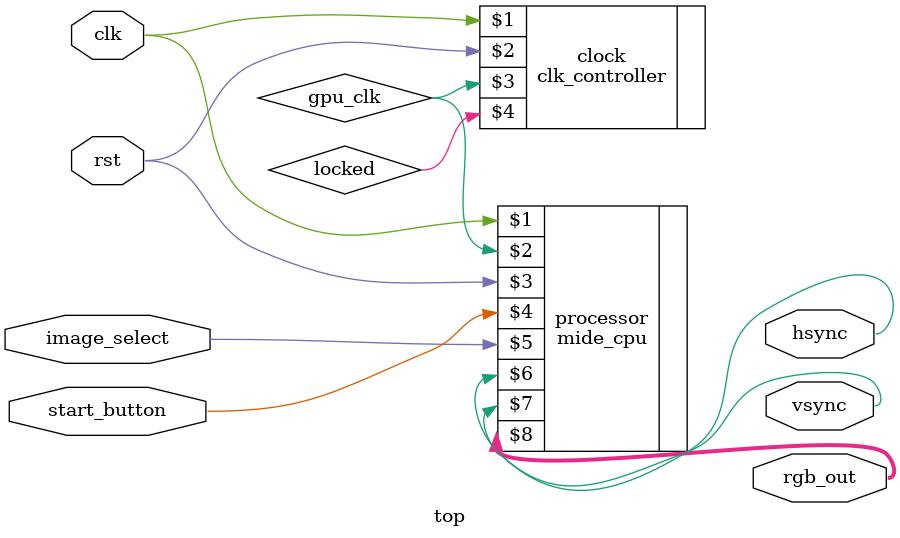
<source format=sv>
module top (input logic clk, rst, start_button, image_select,
					output logic hsync, vsync,
					output logic[23:0] rgb_out);
					
	mide_cpu processor (clk, gpu_clk, rst, start_button, image_select, hsync, vsync, rgb_out);

	logic gpu_clk, locked;
	clk_controller clock(clk, rst, gpu_clk, locked);
	
endmodule 
</source>
